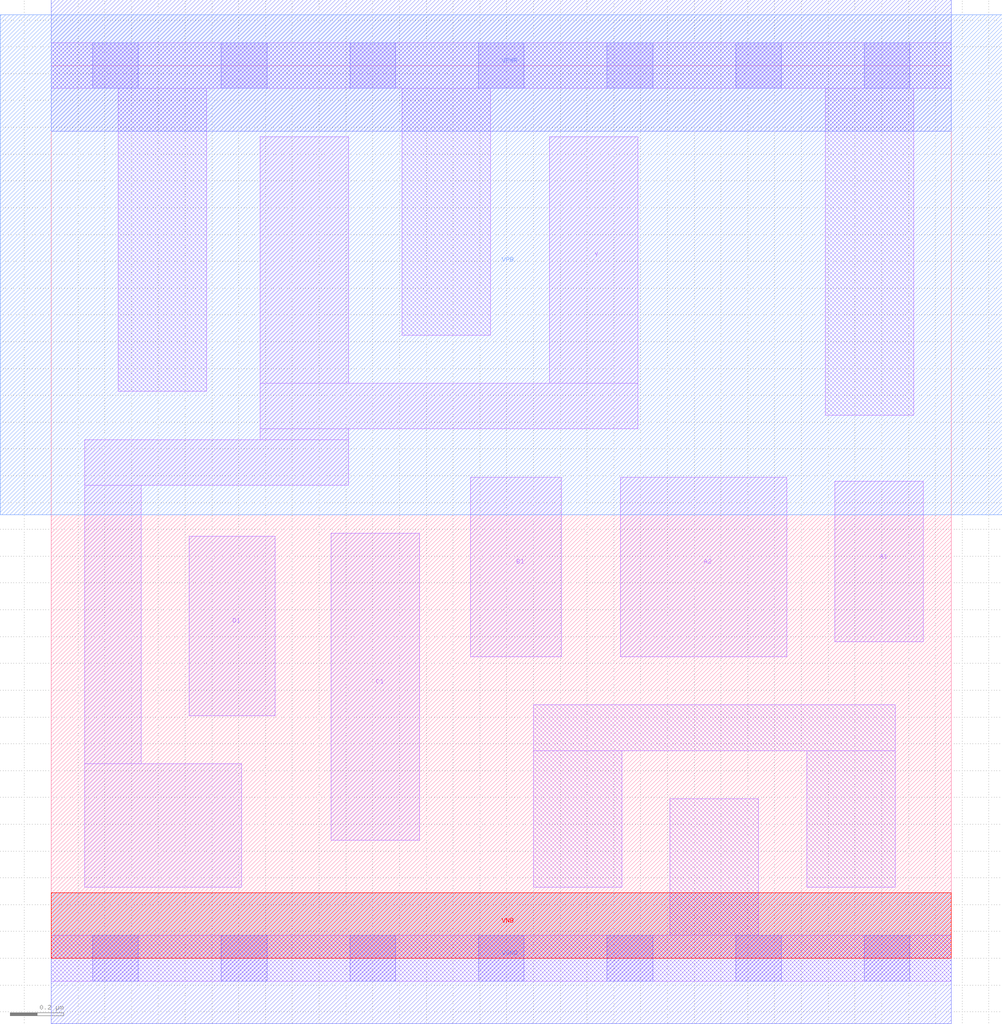
<source format=lef>
# Copyright 2020 The SkyWater PDK Authors
#
# Licensed under the Apache License, Version 2.0 (the "License");
# you may not use this file except in compliance with the License.
# You may obtain a copy of the License at
#
#     https://www.apache.org/licenses/LICENSE-2.0
#
# Unless required by applicable law or agreed to in writing, software
# distributed under the License is distributed on an "AS IS" BASIS,
# WITHOUT WARRANTIES OR CONDITIONS OF ANY KIND, either express or implied.
# See the License for the specific language governing permissions and
# limitations under the License.
#
# SPDX-License-Identifier: Apache-2.0

VERSION 5.7 ;
  NOWIREEXTENSIONATPIN ON ;
  DIVIDERCHAR "/" ;
  BUSBITCHARS "[]" ;
MACRO sky130_fd_sc_lp__o2111ai_lp
  CLASS CORE ;
  FOREIGN sky130_fd_sc_lp__o2111ai_lp ;
  ORIGIN  0.000000  0.000000 ;
  SIZE  3.360000 BY  3.330000 ;
  SYMMETRY X Y R90 ;
  SITE unit ;
  PIN A1
    ANTENNAGATEAREA  0.313000 ;
    DIRECTION INPUT ;
    USE SIGNAL ;
    PORT
      LAYER li1 ;
        RECT 2.925000 1.180000 3.255000 1.780000 ;
    END
  END A1
  PIN A2
    ANTENNAGATEAREA  0.313000 ;
    DIRECTION INPUT ;
    USE SIGNAL ;
    PORT
      LAYER li1 ;
        RECT 2.125000 1.125000 2.745000 1.795000 ;
    END
  END A2
  PIN B1
    ANTENNAGATEAREA  0.313000 ;
    DIRECTION INPUT ;
    USE SIGNAL ;
    PORT
      LAYER li1 ;
        RECT 1.565000 1.125000 1.905000 1.795000 ;
    END
  END B1
  PIN C1
    ANTENNAGATEAREA  0.313000 ;
    DIRECTION INPUT ;
    USE SIGNAL ;
    PORT
      LAYER li1 ;
        RECT 1.045000 0.440000 1.375000 1.585000 ;
    END
  END C1
  PIN D1
    ANTENNAGATEAREA  0.313000 ;
    DIRECTION INPUT ;
    USE SIGNAL ;
    PORT
      LAYER li1 ;
        RECT 0.515000 0.905000 0.835000 1.575000 ;
    END
  END D1
  PIN Y
    ANTENNADIFFAREA  0.679700 ;
    DIRECTION OUTPUT ;
    USE SIGNAL ;
    PORT
      LAYER li1 ;
        RECT 0.125000 0.265000 0.710000 0.725000 ;
        RECT 0.125000 0.725000 0.335000 1.765000 ;
        RECT 0.125000 1.765000 1.110000 1.935000 ;
        RECT 0.780000 1.935000 1.110000 1.975000 ;
        RECT 0.780000 1.975000 2.190000 2.145000 ;
        RECT 0.780000 2.145000 1.110000 3.065000 ;
        RECT 1.860000 2.145000 2.190000 3.065000 ;
    END
  END Y
  PIN VGND
    DIRECTION INOUT ;
    USE GROUND ;
    PORT
      LAYER met1 ;
        RECT 0.000000 -0.245000 3.360000 0.245000 ;
    END
  END VGND
  PIN VNB
    DIRECTION INOUT ;
    USE GROUND ;
    PORT
      LAYER pwell ;
        RECT 0.000000 0.000000 3.360000 0.245000 ;
    END
  END VNB
  PIN VPB
    DIRECTION INOUT ;
    USE POWER ;
    PORT
      LAYER nwell ;
        RECT -0.190000 1.655000 3.550000 3.520000 ;
    END
  END VPB
  PIN VPWR
    DIRECTION INOUT ;
    USE POWER ;
    PORT
      LAYER met1 ;
        RECT 0.000000 3.085000 3.360000 3.575000 ;
    END
  END VPWR
  OBS
    LAYER li1 ;
      RECT 0.000000 -0.085000 3.360000 0.085000 ;
      RECT 0.000000  3.245000 3.360000 3.415000 ;
      RECT 0.250000  2.115000 0.580000 3.245000 ;
      RECT 1.310000  2.325000 1.640000 3.245000 ;
      RECT 1.800000  0.265000 2.130000 0.775000 ;
      RECT 1.800000  0.775000 3.150000 0.945000 ;
      RECT 2.310000  0.085000 2.640000 0.595000 ;
      RECT 2.820000  0.265000 3.150000 0.775000 ;
      RECT 2.890000  2.025000 3.220000 3.245000 ;
    LAYER mcon ;
      RECT 0.155000 -0.085000 0.325000 0.085000 ;
      RECT 0.155000  3.245000 0.325000 3.415000 ;
      RECT 0.635000 -0.085000 0.805000 0.085000 ;
      RECT 0.635000  3.245000 0.805000 3.415000 ;
      RECT 1.115000 -0.085000 1.285000 0.085000 ;
      RECT 1.115000  3.245000 1.285000 3.415000 ;
      RECT 1.595000 -0.085000 1.765000 0.085000 ;
      RECT 1.595000  3.245000 1.765000 3.415000 ;
      RECT 2.075000 -0.085000 2.245000 0.085000 ;
      RECT 2.075000  3.245000 2.245000 3.415000 ;
      RECT 2.555000 -0.085000 2.725000 0.085000 ;
      RECT 2.555000  3.245000 2.725000 3.415000 ;
      RECT 3.035000 -0.085000 3.205000 0.085000 ;
      RECT 3.035000  3.245000 3.205000 3.415000 ;
  END
END sky130_fd_sc_lp__o2111ai_lp
END LIBRARY

</source>
